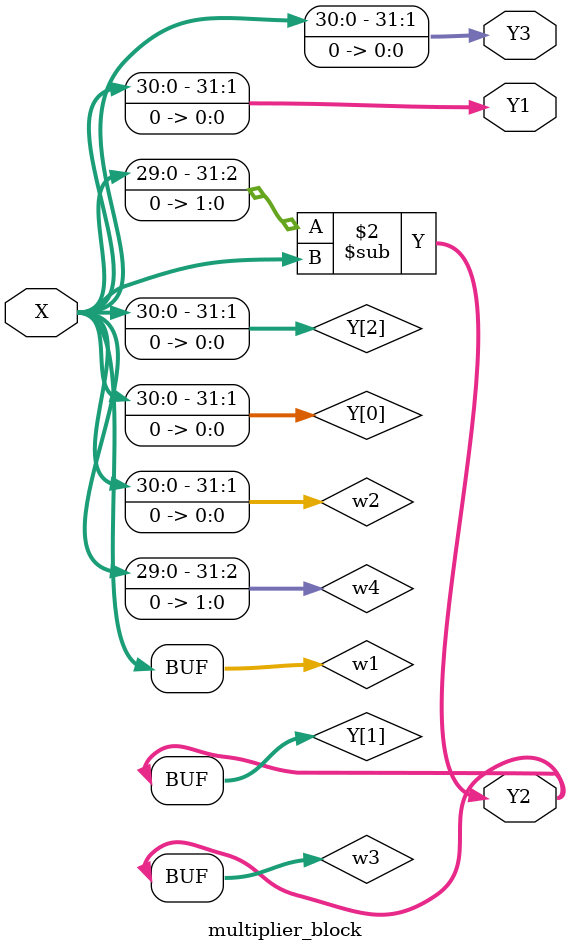
<source format=v>
/*------------------------------------------------------------------------------
 * File: T1.v
 * Date generated: 09/02/2023
 * Date modified: 09/02/2023
 * Author: Bruna Suemi Nagai
 * Description: MCM for tap-1 coefficients of Affine interpolation
 *------------------------------------------------------------------------------ */

module multiplier_block (
    X,            // input
    Y1,           // 2
    Y2,           // 3
    Y3            // 2
);

  // Port mode declarations:
  input  signed  [31:0] X;
  output signed  [31:0]
    Y1,
    Y2,
    Y3;

  wire [31:0] Y [0:2];

  assign Y1 = Y[0];
  assign Y2 = Y[1];
  assign Y3 = Y[2];

  //Multipliers:

  wire signed [31:0]
    w1,
    w4,
    w3,
    w2;

  assign w1 = X;
  assign w4 = w1 << 2;
  assign w3 = w4 - w1;
  assign w2 = w1 << 1;

  assign Y[0] = w2;
  assign Y[1] = w3;
  assign Y[2] = w2;

endmodule //multiplier_block


</source>
